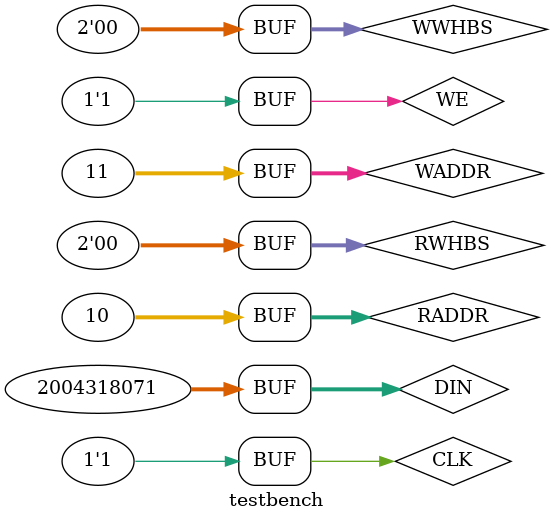
<source format=v>
`timescale 1ns/1ps
module testbench();

    reg CLK,WE;
    reg[1:0] RWHBS,WWHBS;
    reg[31:0] RADDR,WADDR,DIN;
    wire[31:0] DOUT;
    wire RUnalExc,WUnalExc;

    Ram ram(CLK,WE,RWHBS,WWHBS,RADDR,WADDR,DIN,DOUT,RUnalExc,WUnalExc);


    initial begin
        WE=1'b1;
        RWHBS=2'b11;
        RADDR=32'd0;

        WWHBS=2'b11;
        WADDR=32'd0;
        DIN=32'h11111111;

        #10;
        WADDR=32'd4;
        WWHBS=2'b01;
        DIN=32'h22222222;
        #10;
        WADDR=32'd6;
        DIN=32'h33333333;
        #10;
        WADDR=32'd8;
        WWHBS=2'b00;
        DIN=32'h44444444;
        #10;
        WADDR=32'd9;
        DIN=32'h55555555;
        #10;
        WADDR=32'd10;
        DIN=32'h66666666;
        #10;
        WADDR=32'd11;
        DIN=32'h77777777;
        #10;
        RADDR=32'd4;
        RWHBS=2'b01;
        #10;
        RADDR=32'd5;
        #10;
        RADDR=32'd6;
        #10;
        RADDR=32'd8;
        #10;
        RADDR=32'd10;
        #10;
        RWHBS=2'b00;
        

    end

    initial begin
        CLK=0;
        #5;
        CLK=1;
        #5;
        CLK=0;
        #5;
        CLK=1;
        #5;
        CLK=0;
        #5;
        CLK=1;
        #5;
        CLK=0;
        #5;
        CLK=1;
        #5;
        CLK=0;
        #5;
        CLK=1;
        #5;
        CLK=0;
        #5;
        CLK=1;
        #5;
        CLK=0;
        #5;
        CLK=1;
        #5;
        CLK=0;
        #5;
        CLK=1;
        #5;
        CLK=0;
        #5;
        CLK=1;
        #5;
        CLK=0;
        #5;
        CLK=1;
        #5;
        CLK=0;
        #5;
        CLK=1;
        #5;
        CLK=0;
        #5;
        CLK=1;
        #5;
        CLK=0;
        #5;
        CLK=1;
        #5;
        CLK=0;
        #5;
        CLK=1;
        #5;
        CLK=0;
        #5;
        CLK=1;
        #5;
        CLK=0;
        #5;
        CLK=1;
        #5;
        CLK=0;
        #5;
        CLK=1;
        #5;
        CLK=0;
        #5;
        CLK=1;
        #5;
        CLK=0;
        #5;
        CLK=1;
        #5;
        CLK=0;
        #5;
        CLK=1;
        #5;
        CLK=0;
        #5;
        CLK=1;
        #5;
        CLK=0;
        #5;
        CLK=1;
        #5;
        CLK=0;
        #5;
        CLK=1;
        #5;
        CLK=0;
        #5;
        CLK=1;
        #5;
        CLK=0;
        #5;
        CLK=1;
        #5;
        CLK=0;
        #5;
        CLK=1;
        #5;
    end

    initial begin
        $dumpfile("wave.vcd");
        $dumpvars(0,testbench);
    end

endmodule
</source>
